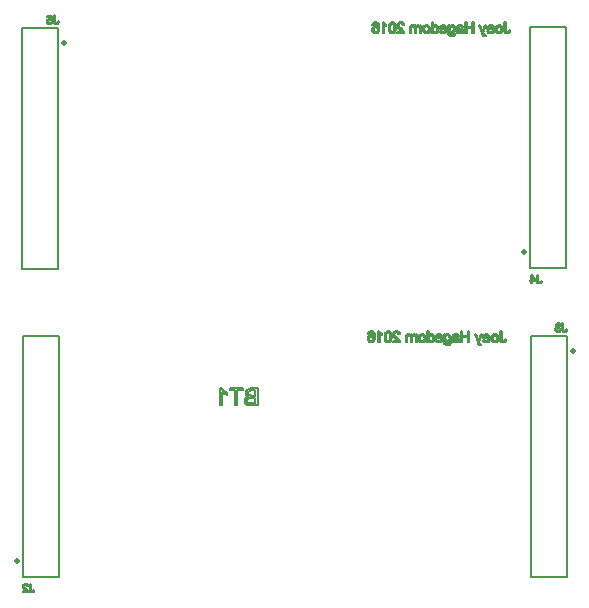
<source format=gbo>
%FSLAX33Y33*%
%MOMM*%
%ADD10C,0.2032*%
%ADD11C,0.15*%
%ADD12C,0.5*%
%ADD13C,0.5*%
D10*
%LNbottom silkscreen_traces*%
%LNbottom silkscreen component 54125db77599e596*%
G01*
X21242Y16802D02*
X21242Y16802D01*
X21182Y16806*
X21127Y16814*
X21077Y16824*
X21032Y16838*
X20991Y16854*
X20953Y16873*
X20920Y16895*
X20890Y16921*
X20863Y16952*
X20838Y16988*
X20815Y17028*
X20797Y17072*
X20784Y17118*
X20776Y17166*
X20773Y17215*
X20777Y17275*
X20790Y17332*
X20812Y17384*
X20843Y17432*
X20881Y17474*
X20927Y17510*
X20981Y17539*
X21042Y17561*
X21043Y17562*
X20995Y17589*
X20954Y17620*
X20920Y17654*
X20892Y17693*
X20870Y17734*
X20855Y17776*
X20845Y17820*
X20842Y17865*
X20846Y17914*
X20856Y17962*
X20874Y18008*
X20898Y18054*
X20929Y18096*
X20965Y18133*
X21007Y18163*
X21053Y18188*
X21107Y18207*
X21169Y18220*
X21238Y18228*
X21316Y18231*
X21853Y18231*
X21853Y16801*
X21308Y16801*
X21242Y16802*
X21664Y17630D02*
X21664Y17630D01*
X21354Y17630*
X21296Y17631*
X21246Y17634*
X21206Y17639*
X21174Y17647*
X21140Y17659*
X21110Y17675*
X21085Y17695*
X21065Y17718*
X21049Y17744*
X21037Y17774*
X21031Y17807*
X21028Y17843*
X21030Y17878*
X21037Y17910*
X21048Y17940*
X21063Y17968*
X21081Y17993*
X21104Y18014*
X21130Y18031*
X21160Y18043*
X21198Y18051*
X21246Y18058*
X21306Y18061*
X21378Y18063*
X21664Y18063*
X21664Y17630*
X21664Y16969D02*
X21664Y16969D01*
X21308Y16969*
X21265Y16969*
X21229Y16971*
X21201Y16973*
X21179Y16976*
X21147Y16983*
X21119Y16991*
X21093Y17002*
X21069Y17015*
X21048Y17030*
X21029Y17048*
X21012Y17070*
X20997Y17094*
X20985Y17122*
X20976Y17151*
X20971Y17182*
X20969Y17215*
X20971Y17254*
X20979Y17290*
X20992Y17323*
X21010Y17354*
X21032Y17382*
X21059Y17404*
X21089Y17423*
X21124Y17437*
X21164Y17448*
X21212Y17455*
X21269Y17460*
X21333Y17461*
X21664Y17461*
X21664Y16969*
X19958Y18063D02*
X19958Y18063D01*
X19958Y18063*
X19485Y18063*
X19485Y18231*
X20619Y18231*
X20619Y18063*
X20147Y18063*
X20147Y18063*
X20147Y16801*
X19958Y16801*
X19958Y18063*
X18700Y18237D02*
X18700Y18237D01*
X18812Y18237*
X18839Y18190*
X18839Y18190*
X18874Y18143*
X18874Y18143*
X18917Y18095*
X18917Y18095*
X18968Y18046*
X18968Y18046*
X19026Y17998*
X19026Y17998*
X19088Y17954*
X19088Y17954*
X19155Y17914*
X19155Y17914*
X19226Y17878*
X19226Y17709*
X19184Y17726*
X19140Y17747*
X19092Y17771*
X19042Y17799*
X18993Y17830*
X18949Y17860*
X18910Y17890*
X18875Y17921*
X18875Y17920*
X18875Y16801*
X18700Y16801*
X18700Y18237*
%LNbottom silkscreen component bca8d065b4743895*%
D11*
X5020Y2295D02*
X5020Y22705D01*
X1980Y22705*
X1980Y2295*
X5020Y2295*
D10*
X2721Y0970D02*
X2721Y0970D01*
X2693Y0975*
X2666Y0983*
X2642Y0994*
X2620Y1008*
X2601Y1026*
X2585Y1046*
X2573Y1069*
X2563Y1096*
X2557Y1128*
X2553Y1166*
X2551Y1208*
X2551Y1695*
X2645Y1695*
X2645Y1203*
X2645Y1203*
X2646Y1174*
X2646Y1174*
X2647Y1149*
X2647Y1149*
X2650Y1129*
X2650Y1129*
X2655Y1113*
X2655Y1113*
X2661Y1100*
X2661Y1099*
X2669Y1088*
X2669Y1088*
X2679Y1077*
X2679Y1077*
X2691Y1068*
X2691Y1068*
X2704Y1061*
X2704Y1061*
X2719Y1056*
X2719Y1056*
X2735Y1053*
X2735Y1053*
X2752Y1052*
X2752Y1052*
X2775Y1054*
X2775Y1054*
X2796Y1059*
X2796Y1059*
X2813Y1069*
X2813Y1069*
X2828Y1082*
X2828Y1082*
X2841Y1101*
X2841Y1101*
X2850Y1126*
X2850Y1126*
X2856Y1157*
X2856Y1157*
X2859Y1194*
X2944Y1183*
X2942Y1133*
X2933Y1090*
X2918Y1053*
X2896Y1022*
X2868Y0999*
X2835Y0982*
X2796Y0972*
X2752Y0968*
X2721Y0970*
X1970Y1064D02*
X1970Y1064D01*
X2321Y1064*
X2321Y1064*
X2313Y1077*
X2313Y1077*
X2305Y1089*
X2305Y1089*
X2295Y1101*
X2295Y1101*
X2284Y1112*
X2284Y1112*
X2269Y1127*
X2269Y1127*
X2247Y1147*
X2247Y1147*
X2218Y1172*
X2218Y1172*
X2182Y1203*
X2138Y1240*
X2101Y1274*
X2071Y1303*
X2047Y1328*
X2028Y1351*
X2012Y1373*
X1999Y1395*
X1989Y1416*
X1981Y1437*
X1976Y1458*
X1972Y1479*
X1971Y1500*
X1975Y1540*
X1986Y1577*
X2005Y1611*
X2031Y1641*
X2064Y1666*
X2102Y1684*
X2145Y1695*
X2194Y1698*
X2242Y1695*
X2285Y1685*
X2323Y1669*
X2356Y1645*
X2383Y1616*
X2404Y1581*
X2418Y1539*
X2426Y1492*
X2336Y1483*
X2334Y1514*
X2334Y1514*
X2326Y1543*
X2326Y1543*
X2314Y1567*
X2314Y1567*
X2298Y1588*
X2298Y1588*
X2277Y1605*
X2277Y1605*
X2253Y1617*
X2253Y1617*
X2226Y1624*
X2226Y1624*
X2196Y1627*
X2196Y1627*
X2167Y1624*
X2167Y1624*
X2141Y1618*
X2141Y1617*
X2118Y1606*
X2118Y1606*
X2098Y1590*
X2098Y1590*
X2082Y1571*
X2082Y1571*
X2070Y1550*
X2070Y1550*
X2063Y1527*
X2063Y1527*
X2060Y1502*
X2060Y1502*
X2063Y1477*
X2063Y1477*
X2071Y1450*
X2071Y1450*
X2084Y1424*
X2084Y1424*
X2102Y1396*
X2102Y1396*
X2127Y1365*
X2127Y1365*
X2162Y1330*
X2162Y1330*
X2206Y1290*
X2206Y1290*
X2259Y1244*
X2259Y1244*
X2295Y1214*
X2326Y1186*
X2352Y1160*
X2374Y1136*
X2393Y1112*
X2409Y1089*
X2422Y1065*
X2432Y1041*
X2437Y1026*
X2440Y1011*
X2442Y0996*
X2442Y0981*
X1970Y0981*
X1970Y1064*
D12*
X1480Y3610D03*
%LNbottom silkscreen component abbcac8aa2df2ad2*%
D11*
X47980Y28455D02*
X47980Y48865D01*
X44940Y48865*
X44940Y28455*
X47980Y28455*
D10*
X45681Y27120D02*
X45681Y27120D01*
X45653Y27125*
X45626Y27133*
X45602Y27144*
X45580Y27158*
X45561Y27176*
X45545Y27196*
X45533Y27219*
X45523Y27246*
X45517Y27278*
X45513Y27316*
X45511Y27358*
X45511Y27845*
X45605Y27845*
X45605Y27353*
X45605Y27353*
X45606Y27324*
X45606Y27324*
X45607Y27299*
X45607Y27299*
X45610Y27279*
X45610Y27279*
X45615Y27263*
X45615Y27263*
X45621Y27250*
X45621Y27249*
X45629Y27238*
X45629Y27238*
X45639Y27227*
X45639Y27227*
X45651Y27218*
X45651Y27218*
X45664Y27211*
X45664Y27211*
X45679Y27206*
X45679Y27206*
X45695Y27203*
X45695Y27203*
X45712Y27202*
X45712Y27202*
X45735Y27204*
X45735Y27204*
X45756Y27209*
X45756Y27209*
X45773Y27219*
X45773Y27219*
X45788Y27232*
X45788Y27232*
X45801Y27251*
X45801Y27251*
X45810Y27276*
X45810Y27276*
X45816Y27307*
X45816Y27307*
X45819Y27344*
X45904Y27333*
X45902Y27283*
X45893Y27240*
X45878Y27203*
X45856Y27172*
X45828Y27149*
X45795Y27132*
X45756Y27122*
X45712Y27118*
X45681Y27120*
X45022Y27302D02*
X45022Y27302D01*
X45022Y27302*
X44926Y27302*
X44926Y27381*
X45022Y27381*
X45022Y27382*
X45022Y27845*
X45093Y27845*
X45420Y27382*
X45420Y27302*
X45110Y27302*
X45109Y27302*
X45109Y27131*
X45022Y27131*
X45022Y27302*
X45110Y27703D02*
X45110Y27703D01*
X45333Y27382*
X45110Y27382*
X45110Y27703*
D12*
X44440Y29770D03*
%LNbottom silkscreen component c71e0ad25ac2378d*%
D11*
X1940Y48765D02*
X1940Y28355D01*
X4980Y28355*
X4980Y48765*
X1940Y48765*
D10*
X4781Y49080D02*
X4781Y49080D01*
X4753Y49085*
X4726Y49093*
X4702Y49104*
X4680Y49118*
X4661Y49136*
X4645Y49156*
X4633Y49179*
X4623Y49206*
X4617Y49238*
X4613Y49276*
X4611Y49318*
X4611Y49805*
X4705Y49805*
X4705Y49313*
X4705Y49313*
X4706Y49284*
X4706Y49284*
X4707Y49259*
X4707Y49259*
X4710Y49239*
X4710Y49239*
X4715Y49223*
X4715Y49223*
X4721Y49210*
X4721Y49209*
X4729Y49198*
X4729Y49198*
X4739Y49187*
X4739Y49187*
X4751Y49178*
X4751Y49178*
X4764Y49171*
X4764Y49171*
X4779Y49166*
X4779Y49166*
X4795Y49163*
X4795Y49163*
X4812Y49162*
X4812Y49162*
X4835Y49164*
X4835Y49164*
X4856Y49169*
X4856Y49169*
X4873Y49179*
X4873Y49179*
X4888Y49192*
X4888Y49192*
X4901Y49211*
X4901Y49211*
X4910Y49236*
X4910Y49236*
X4916Y49267*
X4916Y49267*
X4919Y49304*
X5004Y49293*
X5002Y49243*
X4993Y49200*
X4978Y49163*
X4956Y49132*
X4928Y49109*
X4895Y49092*
X4856Y49082*
X4812Y49078*
X4781Y49080*
X4205Y49084D02*
X4205Y49084D01*
X4155Y49100*
X4111Y49127*
X4074Y49165*
X4049Y49202*
X4032Y49242*
X4021Y49286*
X4017Y49333*
X4021Y49381*
X4034Y49425*
X4054Y49465*
X4082Y49499*
X4116Y49528*
X4153Y49548*
X4195Y49560*
X4240Y49564*
X4275Y49561*
X4309Y49553*
X4342Y49539*
X4375Y49519*
X4375Y49519*
X4337Y49712*
X4336Y49713*
X4051Y49713*
X4051Y49796*
X4406Y49796*
X4475Y49429*
X4394Y49418*
X4383Y49433*
X4383Y49433*
X4371Y49446*
X4371Y49446*
X4356Y49458*
X4356Y49458*
X4340Y49468*
X4340Y49468*
X4322Y49477*
X4322Y49477*
X4304Y49483*
X4304Y49483*
X4284Y49486*
X4284Y49486*
X4263Y49487*
X4263Y49487*
X4230Y49485*
X4230Y49485*
X4201Y49477*
X4201Y49477*
X4175Y49463*
X4175Y49463*
X4152Y49444*
X4152Y49444*
X4134Y49420*
X4134Y49420*
X4120Y49392*
X4120Y49392*
X4112Y49361*
X4112Y49361*
X4110Y49325*
X4110Y49325*
X4112Y49287*
X4112Y49287*
X4121Y49253*
X4121Y49253*
X4134Y49224*
X4135Y49224*
X4154Y49198*
X4154Y49198*
X4177Y49177*
X4177Y49177*
X4203Y49162*
X4203Y49162*
X4231Y49153*
X4231Y49153*
X4262Y49150*
X4262Y49150*
X4287Y49152*
X4287Y49152*
X4311Y49158*
X4311Y49158*
X4332Y49169*
X4332Y49169*
X4352Y49184*
X4352Y49184*
X4369Y49203*
X4369Y49203*
X4383Y49226*
X4383Y49226*
X4393Y49254*
X4393Y49254*
X4400Y49285*
X4491Y49277*
X4483Y49235*
X4469Y49196*
X4448Y49162*
X4421Y49133*
X4388Y49109*
X4350Y49092*
X4308Y49082*
X4262Y49078*
X4205Y49084*
D13*
X5480Y47450D03*
%LNbottom silkscreen component 12bee7e14ac3c08e*%
D11*
X44980Y22705D02*
X44980Y2295D01*
X48020Y2295*
X48020Y22705*
X44980Y22705*
D10*
X47821Y23020D02*
X47821Y23020D01*
X47793Y23025*
X47766Y23033*
X47742Y23044*
X47720Y23058*
X47701Y23076*
X47685Y23096*
X47673Y23119*
X47663Y23146*
X47657Y23178*
X47653Y23216*
X47651Y23258*
X47651Y23745*
X47745Y23745*
X47745Y23253*
X47745Y23253*
X47746Y23224*
X47746Y23224*
X47747Y23199*
X47747Y23199*
X47750Y23179*
X47750Y23179*
X47755Y23163*
X47755Y23163*
X47761Y23150*
X47761Y23149*
X47769Y23138*
X47769Y23138*
X47779Y23127*
X47779Y23127*
X47791Y23118*
X47791Y23118*
X47804Y23111*
X47804Y23111*
X47819Y23106*
X47819Y23106*
X47835Y23103*
X47835Y23103*
X47852Y23102*
X47852Y23102*
X47875Y23104*
X47875Y23104*
X47896Y23109*
X47896Y23109*
X47913Y23119*
X47913Y23119*
X47928Y23132*
X47928Y23132*
X47941Y23151*
X47941Y23151*
X47950Y23176*
X47950Y23176*
X47956Y23207*
X47956Y23207*
X47959Y23244*
X48044Y23233*
X48042Y23183*
X48033Y23140*
X48018Y23103*
X47996Y23072*
X47968Y23049*
X47935Y23032*
X47896Y23022*
X47852Y23018*
X47821Y23020*
X47254Y23022D02*
X47254Y23022D01*
X47208Y23034*
X47167Y23054*
X47131Y23083*
X47101Y23117*
X47080Y23155*
X47067Y23196*
X47063Y23241*
X47065Y23275*
X47072Y23305*
X47083Y23332*
X47098Y23357*
X47117Y23378*
X47140Y23395*
X47166Y23408*
X47197Y23417*
X47197Y23418*
X47173Y23430*
X47154Y23444*
X47137Y23461*
X47123Y23479*
X47112Y23498*
X47104Y23519*
X47100Y23540*
X47098Y23563*
X47100Y23587*
X47104Y23610*
X47113Y23633*
X47124Y23655*
X47139Y23675*
X47156Y23694*
X47176Y23709*
X47199Y23723*
X47224Y23734*
X47251Y23742*
X47278Y23747*
X47307Y23748*
X47348Y23745*
X47385Y23736*
X47418Y23721*
X47449Y23700*
X47475Y23673*
X47495Y23641*
X47511Y23605*
X47522Y23564*
X47435Y23548*
X47428Y23578*
X47428Y23578*
X47419Y23604*
X47419Y23604*
X47406Y23626*
X47406Y23626*
X47391Y23645*
X47391Y23645*
X47373Y23659*
X47373Y23659*
X47352Y23669*
X47352Y23669*
X47330Y23675*
X47330Y23675*
X47305Y23677*
X47305Y23677*
X47280Y23675*
X47280Y23675*
X47258Y23669*
X47258Y23669*
X47238Y23659*
X47238Y23659*
X47220Y23645*
X47220Y23645*
X47206Y23628*
X47206Y23628*
X47196Y23609*
X47196Y23609*
X47189Y23588*
X47189Y23588*
X47187Y23565*
X47187Y23565*
X47190Y23536*
X47190Y23536*
X47199Y23511*
X47199Y23511*
X47213Y23491*
X47213Y23491*
X47232Y23474*
X47232Y23474*
X47256Y23461*
X47256Y23461*
X47280Y23452*
X47280Y23452*
X47306Y23446*
X47306Y23446*
X47334Y23445*
X47334Y23445*
X47337Y23445*
X47337Y23445*
X47340Y23445*
X47340Y23445*
X47344Y23445*
X47344Y23445*
X47348Y23445*
X47357Y23370*
X47340Y23374*
X47340Y23374*
X47324Y23377*
X47324Y23377*
X47309Y23379*
X47309Y23379*
X47296Y23379*
X47296Y23379*
X47266Y23377*
X47266Y23377*
X47240Y23369*
X47240Y23369*
X47216Y23357*
X47216Y23357*
X47195Y23340*
X47195Y23340*
X47177Y23319*
X47177Y23319*
X47165Y23295*
X47165Y23295*
X47158Y23269*
X47158Y23268*
X47155Y23239*
X47155Y23239*
X47158Y23209*
X47158Y23209*
X47166Y23181*
X47166Y23181*
X47179Y23156*
X47179Y23155*
X47198Y23133*
X47198Y23133*
X47221Y23114*
X47221Y23114*
X47246Y23100*
X47246Y23100*
X47273Y23092*
X47273Y23092*
X47303Y23090*
X47303Y23090*
X47328Y23092*
X47328Y23092*
X47351Y23098*
X47352Y23098*
X47373Y23108*
X47373Y23108*
X47392Y23123*
X47392Y23123*
X47409Y23142*
X47409Y23142*
X47423Y23166*
X47423Y23166*
X47435Y23196*
X47435Y23196*
X47444Y23230*
X47530Y23219*
X47523Y23176*
X47508Y23138*
X47487Y23104*
X47460Y23074*
X47427Y23049*
X47390Y23032*
X47349Y23021*
X47304Y23018*
X47254Y23022*
D13*
X48520Y21390D03*
%LNtext*%
D10*
X42600Y22147D02*
X42600Y22147D01*
X42564Y22153*
X42530Y22163*
X42499Y22178*
X42471Y22196*
X42447Y22218*
X42427Y22244*
X42412Y22273*
X42400Y22308*
X42391Y22348*
X42386Y22396*
X42384Y22450*
X42384Y23069*
X42503Y23069*
X42503Y22443*
X42503Y22443*
X42504Y22406*
X42504Y22406*
X42506Y22375*
X42506Y22375*
X42510Y22349*
X42510Y22349*
X42516Y22329*
X42516Y22329*
X42523Y22312*
X42523Y22312*
X42533Y22297*
X42533Y22297*
X42546Y22284*
X42546Y22283*
X42561Y22272*
X42561Y22272*
X42579Y22263*
X42579Y22263*
X42597Y22256*
X42597Y22256*
X42618Y22253*
X42618Y22253*
X42640Y22251*
X42640Y22251*
X42669Y22254*
X42669Y22254*
X42695Y22261*
X42695Y22261*
X42717Y22273*
X42717Y22273*
X42736Y22290*
X42736Y22290*
X42752Y22313*
X42752Y22313*
X42763Y22345*
X42763Y22345*
X42771Y22385*
X42771Y22385*
X42775Y22432*
X42883Y22418*
X42880Y22354*
X42869Y22299*
X42850Y22252*
X42822Y22214*
X42787Y22184*
X42745Y22162*
X42695Y22149*
X42639Y22145*
X42600Y22147*
X41892Y22148D02*
X41892Y22148D01*
X41851Y22156*
X41812Y22168*
X41775Y22186*
X41741Y22208*
X41711Y22234*
X41686Y22264*
X41664Y22299*
X41648Y22339*
X41636Y22385*
X41629Y22438*
X41626Y22499*
X41632Y22573*
X41648Y22638*
X41675Y22695*
X41712Y22744*
X41758Y22783*
X41811Y22811*
X41869Y22827*
X41934Y22833*
X41993Y22828*
X42047Y22815*
X42096Y22792*
X42141Y22760*
X42185Y22710*
X42217Y22648*
X42236Y22575*
X42242Y22489*
X42237Y22411*
X42221Y22342*
X42194Y22283*
X42157Y22234*
X42111Y22195*
X42059Y22168*
X42000Y22151*
X41934Y22146*
X41892Y22148*
X42128Y22489D02*
X42128Y22489D01*
X42125Y22430*
X42114Y22379*
X42097Y22335*
X42073Y22300*
X42044Y22272*
X42011Y22253*
X41974Y22241*
X41934Y22237*
X41894Y22241*
X41858Y22253*
X41825Y22272*
X41796Y22300*
X41772Y22336*
X41754Y22380*
X41744Y22432*
X41740Y22493*
X41744Y22550*
X41754Y22600*
X41772Y22643*
X41796Y22678*
X41825Y22706*
X41858Y22725*
X41894Y22737*
X41934Y22741*
X41974Y22737*
X42011Y22725*
X42044Y22706*
X42073Y22678*
X42097Y22643*
X42114Y22600*
X42125Y22549*
X42128Y22489*
X41164Y22149D02*
X41164Y22149D01*
X41114Y22160*
X41070Y22177*
X41030Y22201*
X40996Y22232*
X40968Y22268*
X40946Y22310*
X40929Y22357*
X41044Y22372*
X41057Y22339*
X41057Y22339*
X41074Y22311*
X41074Y22311*
X41092Y22287*
X41092Y22287*
X41113Y22269*
X41113Y22269*
X41136Y22255*
X41136Y22255*
X41161Y22244*
X41161Y22244*
X41188Y22238*
X41188Y22238*
X41218Y22236*
X41218Y22236*
X41257Y22240*
X41257Y22240*
X41294Y22251*
X41294Y22251*
X41326Y22269*
X41326Y22269*
X41356Y22294*
X41356Y22294*
X41380Y22326*
X41380Y22326*
X41399Y22365*
X41399Y22365*
X41411Y22410*
X41411Y22410*
X41417Y22461*
X41417Y22461*
X40926Y22461*
X40926Y22470*
X40926Y22478*
X40926Y22485*
X40926Y22491*
X40931Y22567*
X40946Y22635*
X40973Y22694*
X41009Y22743*
X41054Y22782*
X41105Y22810*
X41162Y22827*
X41225Y22833*
X41289Y22827*
X41348Y22810*
X41400Y22781*
X41446Y22741*
X41484Y22691*
X41510Y22631*
X41526Y22562*
X41532Y22484*
X41526Y22408*
X41510Y22341*
X41484Y22283*
X41447Y22234*
X41401Y22196*
X41348Y22168*
X41287Y22151*
X41218Y22146*
X41164Y22149*
X41411Y22553D02*
X41411Y22553D01*
X41043Y22553*
X41048Y22591*
X41057Y22625*
X41069Y22654*
X41085Y22677*
X41114Y22705*
X41146Y22726*
X41183Y22738*
X41223Y22742*
X41260Y22738*
X41294Y22729*
X41325Y22713*
X41353Y22690*
X41376Y22662*
X41393Y22630*
X41405Y22593*
X41411Y22553*
X40696Y21895D02*
X40696Y21895D01*
X40672Y21900*
X40650Y21908*
X40630Y21919*
X40612Y21934*
X40594Y21952*
X40577Y21974*
X40562Y22000*
X40550Y22024*
X40535Y22057*
X40519Y22099*
X40499Y22149*
X40249Y22818*
X40360Y22818*
X40500Y22435*
X40513Y22398*
X40525Y22360*
X40536Y22323*
X40546Y22284*
X40547Y22284*
X40558Y22324*
X40570Y22363*
X40582Y22400*
X40595Y22437*
X40732Y22818*
X40851Y22818*
X40601Y22159*
X40601Y22159*
X40605Y22150*
X40607Y22143*
X40610Y22136*
X40611Y22131*
X40611Y22131*
X40622Y22101*
X40622Y22101*
X40632Y22077*
X40632Y22077*
X40639Y22060*
X40639Y22060*
X40646Y22048*
X40646Y22048*
X40653Y22038*
X40653Y22038*
X40662Y22028*
X40662Y22028*
X40672Y22020*
X40672Y22020*
X40682Y22013*
X40682Y22013*
X40694Y22008*
X40694Y22008*
X40708Y22004*
X40709Y22004*
X40724Y22002*
X40724Y22002*
X40742Y22001*
X40742Y22001*
X40756Y22001*
X40756Y22001*
X40772Y22003*
X40772Y22003*
X40788Y22006*
X40788Y22006*
X40805Y22011*
X40793Y21907*
X40774Y21901*
X40756Y21897*
X40738Y21894*
X40722Y21893*
X40696Y21895*
X39070Y23069D02*
X39070Y23069D01*
X39189Y23069*
X39189Y22696*
X39190Y22695*
X39663Y22695*
X39663Y22696*
X39663Y23069*
X39782Y23069*
X39782Y22161*
X39663Y22161*
X39663Y22589*
X39663Y22589*
X39190Y22589*
X39189Y22589*
X39189Y22161*
X39070Y22161*
X39070Y23069*
X38664Y22147D02*
X38664Y22147D01*
X38633Y22151*
X38603Y22158*
X38573Y22167*
X38544Y22180*
X38515Y22197*
X38485Y22217*
X38454Y22242*
X38453Y22242*
X38450Y22219*
X38445Y22198*
X38439Y22178*
X38431Y22161*
X38316Y22161*
X38325Y22179*
X38325Y22179*
X38333Y22198*
X38333Y22199*
X38339Y22219*
X38339Y22219*
X38344Y22239*
X38344Y22239*
X38347Y22267*
X38347Y22267*
X38349Y22309*
X38349Y22309*
X38350Y22365*
X38350Y22365*
X38351Y22436*
X38351Y22436*
X38351Y22585*
X38351Y22619*
X38352Y22648*
X38354Y22671*
X38356Y22688*
X38362Y22710*
X38370Y22729*
X38380Y22747*
X38391Y22763*
X38405Y22778*
X38423Y22791*
X38444Y22803*
X38468Y22813*
X38497Y22822*
X38529Y22828*
X38565Y22832*
X38605Y22833*
X38646Y22831*
X38685Y22827*
X38721Y22820*
X38754Y22810*
X38785Y22797*
X38811Y22782*
X38834Y22764*
X38853Y22744*
X38869Y22720*
X38882Y22694*
X38893Y22664*
X38902Y22631*
X38793Y22616*
X38783Y22648*
X38783Y22648*
X38771Y22675*
X38771Y22676*
X38755Y22697*
X38755Y22697*
X38738Y22714*
X38738Y22714*
X38716Y22726*
X38716Y22726*
X38690Y22735*
X38690Y22735*
X38658Y22740*
X38658Y22740*
X38621Y22742*
X38621Y22742*
X38582Y22739*
X38582Y22739*
X38547Y22732*
X38547Y22732*
X38518Y22720*
X38518Y22720*
X38494Y22704*
X38494Y22704*
X38480Y22687*
X38480Y22687*
X38470Y22665*
X38470Y22665*
X38464Y22639*
X38464Y22639*
X38462Y22607*
X38462Y22607*
X38462Y22603*
X38462Y22603*
X38462Y22597*
X38462Y22597*
X38462Y22588*
X38462Y22588*
X38463Y22578*
X38463Y22578*
X38499Y22567*
X38499Y22567*
X38545Y22557*
X38545Y22557*
X38599Y22547*
X38599Y22547*
X38662Y22539*
X38662Y22539*
X38693Y22535*
X38720Y22531*
X38743Y22527*
X38761Y22522*
X38783Y22515*
X38804Y22507*
X38823Y22497*
X38841Y22486*
X38858Y22473*
X38874Y22458*
X38887Y22441*
X38899Y22422*
X38909Y22401*
X38915Y22380*
X38920Y22357*
X38921Y22334*
X38917Y22294*
X38906Y22259*
X38888Y22227*
X38863Y22199*
X38831Y22175*
X38792Y22159*
X38747Y22149*
X38696Y22146*
X38664Y22147*
X38463Y22491D02*
X38463Y22491D01*
X38497Y22479*
X38539Y22468*
X38588Y22458*
X38645Y22448*
X38677Y22443*
X38704Y22438*
X38726Y22432*
X38743Y22426*
X38756Y22419*
X38768Y22411*
X38778Y22401*
X38787Y22390*
X38794Y22377*
X38798Y22365*
X38801Y22351*
X38802Y22337*
X38800Y22315*
X38794Y22296*
X38783Y22278*
X38769Y22262*
X38750Y22249*
X38727Y22240*
X38700Y22234*
X38670Y22233*
X38638Y22234*
X38609Y22240*
X38581Y22248*
X38555Y22261*
X38531Y22276*
X38511Y22294*
X38495Y22315*
X38481Y22338*
X38473Y22359*
X38468Y22385*
X38464Y22415*
X38463Y22450*
X38463Y22491*
X37890Y21896D02*
X37890Y21896D01*
X37846Y21903*
X37806Y21914*
X37770Y21930*
X37739Y21951*
X37712Y21974*
X37689Y22001*
X37671Y22032*
X37658Y22069*
X37648Y22118*
X37642Y22178*
X37640Y22249*
X37640Y22818*
X37742Y22818*
X37742Y22739*
X37743Y22739*
X37783Y22780*
X37829Y22809*
X37879Y22827*
X37935Y22833*
X37977Y22830*
X38016Y22822*
X38053Y22809*
X38087Y22790*
X38117Y22766*
X38144Y22737*
X38167Y22704*
X38185Y22667*
X38200Y22626*
X38211Y22584*
X38217Y22539*
X38220Y22493*
X38215Y22427*
X38201Y22366*
X38178Y22310*
X38145Y22258*
X38104Y22216*
X38056Y22185*
X37999Y22167*
X37935Y22161*
X37883Y22166*
X37835Y22182*
X37792Y22209*
X37753Y22247*
X37753Y22247*
X37753Y22196*
X37753Y22196*
X37754Y22156*
X37754Y22156*
X37757Y22125*
X37757Y22125*
X37761Y22103*
X37761Y22103*
X37770Y22076*
X37770Y22076*
X37782Y22053*
X37782Y22053*
X37798Y22033*
X37798Y22033*
X37818Y22016*
X37818Y22016*
X37841Y22002*
X37841Y22002*
X37869Y21992*
X37869Y21992*
X37901Y21987*
X37901Y21987*
X37938Y21985*
X37938Y21985*
X37972Y21987*
X37972Y21987*
X38002Y21992*
X38002Y21992*
X38029Y22002*
X38029Y22002*
X38052Y22016*
X38052Y22016*
X38066Y22029*
X38066Y22029*
X38077Y22046*
X38077Y22046*
X38085Y22066*
X38085Y22066*
X38090Y22089*
X38197Y22105*
X38194Y22056*
X38181Y22012*
X38159Y21976*
X38127Y21946*
X38088Y21923*
X38044Y21906*
X37993Y21897*
X37937Y21893*
X37890Y21896*
X38105Y22501D02*
X38105Y22501D01*
X38102Y22441*
X38092Y22389*
X38076Y22346*
X38054Y22312*
X38026Y22286*
X37996Y22267*
X37962Y22256*
X37925Y22252*
X37888Y22256*
X37854Y22267*
X37823Y22286*
X37796Y22312*
X37773Y22345*
X37757Y22388*
X37747Y22438*
X37744Y22497*
X37747Y22554*
X37757Y22603*
X37774Y22645*
X37797Y22680*
X37826Y22707*
X37857Y22726*
X37890Y22737*
X37927Y22741*
X37963Y22737*
X37996Y22726*
X38026Y22707*
X38053Y22681*
X38076Y22647*
X38092Y22605*
X38102Y22557*
X38105Y22501*
X37140Y22149D02*
X37140Y22149D01*
X37090Y22160*
X37046Y22177*
X37006Y22201*
X36972Y22232*
X36944Y22268*
X36922Y22310*
X36905Y22357*
X37020Y22372*
X37033Y22339*
X37033Y22339*
X37050Y22311*
X37050Y22311*
X37068Y22287*
X37068Y22287*
X37089Y22269*
X37089Y22269*
X37112Y22255*
X37112Y22255*
X37137Y22244*
X37137Y22244*
X37164Y22238*
X37164Y22238*
X37194Y22236*
X37194Y22236*
X37233Y22240*
X37233Y22240*
X37270Y22251*
X37270Y22251*
X37302Y22269*
X37302Y22269*
X37332Y22294*
X37332Y22294*
X37356Y22326*
X37356Y22326*
X37375Y22365*
X37375Y22365*
X37387Y22410*
X37387Y22410*
X37393Y22461*
X37393Y22461*
X36902Y22461*
X36902Y22470*
X36902Y22478*
X36902Y22485*
X36902Y22491*
X36907Y22567*
X36922Y22635*
X36949Y22694*
X36985Y22743*
X37030Y22782*
X37081Y22810*
X37138Y22827*
X37201Y22833*
X37265Y22827*
X37324Y22810*
X37376Y22781*
X37422Y22741*
X37460Y22691*
X37486Y22631*
X37502Y22562*
X37508Y22484*
X37502Y22408*
X37486Y22341*
X37460Y22283*
X37423Y22234*
X37377Y22196*
X37324Y22168*
X37263Y22151*
X37194Y22146*
X37140Y22149*
X37387Y22553D02*
X37387Y22553D01*
X37019Y22553*
X37024Y22591*
X37033Y22625*
X37045Y22654*
X37061Y22677*
X37090Y22705*
X37122Y22726*
X37159Y22738*
X37199Y22742*
X37236Y22738*
X37270Y22729*
X37301Y22713*
X37329Y22690*
X37352Y22662*
X37369Y22630*
X37381Y22593*
X37387Y22553*
X36465Y22152D02*
X36465Y22152D01*
X36415Y22170*
X36373Y22201*
X36337Y22244*
X36337Y22243*
X36337Y22161*
X36234Y22161*
X36234Y23069*
X36344Y23069*
X36344Y22743*
X36345Y22742*
X36361Y22762*
X36379Y22779*
X36399Y22794*
X36421Y22808*
X36445Y22819*
X36470Y22827*
X36498Y22831*
X36526Y22833*
X36566Y22830*
X36604Y22822*
X36639Y22809*
X36673Y22790*
X36704Y22767*
X36731Y22738*
X36753Y22705*
X36772Y22667*
X36786Y22626*
X36796Y22583*
X36802Y22537*
X36804Y22489*
X36802Y22440*
X36795Y22393*
X36784Y22350*
X36768Y22310*
X36748Y22273*
X36725Y22241*
X36697Y22213*
X36666Y22189*
X36632Y22170*
X36597Y22156*
X36560Y22148*
X36522Y22146*
X36465Y22152*
X36690Y22489D02*
X36690Y22489D01*
X36687Y22429*
X36677Y22378*
X36660Y22335*
X36637Y22300*
X36609Y22272*
X36579Y22253*
X36546Y22241*
X36511Y22237*
X36476Y22241*
X36443Y22252*
X36414Y22271*
X36387Y22297*
X36364Y22331*
X36348Y22372*
X36339Y22422*
X36335Y22479*
X36339Y22542*
X36348Y22597*
X36365Y22642*
X36388Y22678*
X36415Y22705*
X36446Y22725*
X36479Y22737*
X36516Y22741*
X36552Y22737*
X36584Y22726*
X36614Y22707*
X36640Y22680*
X36662Y22646*
X36678Y22602*
X36687Y22550*
X36690Y22489*
X35749Y22148D02*
X35749Y22148D01*
X35708Y22156*
X35669Y22168*
X35632Y22186*
X35598Y22208*
X35568Y22234*
X35543Y22264*
X35521Y22299*
X35505Y22339*
X35493Y22385*
X35486Y22438*
X35483Y22499*
X35489Y22573*
X35505Y22638*
X35532Y22695*
X35569Y22744*
X35615Y22783*
X35668Y22811*
X35726Y22827*
X35791Y22833*
X35850Y22828*
X35904Y22815*
X35953Y22792*
X35998Y22760*
X36042Y22710*
X36074Y22648*
X36093Y22575*
X36099Y22489*
X36094Y22411*
X36078Y22342*
X36051Y22283*
X36014Y22234*
X35968Y22195*
X35916Y22168*
X35857Y22151*
X35791Y22146*
X35749Y22148*
X35985Y22489D02*
X35985Y22489D01*
X35982Y22430*
X35971Y22379*
X35954Y22335*
X35930Y22300*
X35901Y22272*
X35868Y22253*
X35831Y22241*
X35791Y22237*
X35751Y22241*
X35715Y22253*
X35682Y22272*
X35653Y22300*
X35629Y22336*
X35611Y22380*
X35601Y22432*
X35598Y22493*
X35601Y22550*
X35611Y22600*
X35629Y22643*
X35653Y22678*
X35682Y22706*
X35715Y22725*
X35751Y22737*
X35791Y22741*
X35831Y22737*
X35868Y22725*
X35901Y22706*
X35930Y22678*
X35954Y22643*
X35971Y22600*
X35982Y22549*
X35985Y22489*
X35242Y22505D02*
X35242Y22505D01*
X35242Y22505*
X35241Y22539*
X35241Y22539*
X35237Y22573*
X35237Y22573*
X35232Y22605*
X35232Y22605*
X35223Y22635*
X35223Y22635*
X35216Y22654*
X35216Y22654*
X35207Y22670*
X35207Y22670*
X35195Y22684*
X35195Y22684*
X35182Y22696*
X35182Y22697*
X35167Y22706*
X35167Y22706*
X35151Y22713*
X35151Y22713*
X35134Y22717*
X35134Y22717*
X35116Y22719*
X35116Y22719*
X35095Y22717*
X35095Y22717*
X35075Y22713*
X35075Y22713*
X35054Y22705*
X35054Y22705*
X35034Y22695*
X34996Y22797*
X35025Y22813*
X35053Y22824*
X35082Y22831*
X35110Y22833*
X35129Y22832*
X35147Y22827*
X35165Y22820*
X35181Y22811*
X35198Y22797*
X35215Y22777*
X35233Y22751*
X35252Y22718*
X35253Y22718*
X35253Y22818*
X35353Y22818*
X35353Y22161*
X35242Y22161*
X35242Y22505*
X34818Y22520D02*
X34818Y22520D01*
X34818Y22520*
X34815Y22578*
X34815Y22578*
X34805Y22626*
X34805Y22626*
X34789Y22664*
X34789Y22664*
X34766Y22692*
X34766Y22692*
X34739Y22712*
X34739Y22712*
X34709Y22726*
X34709Y22726*
X34677Y22734*
X34677Y22734*
X34643Y22737*
X34643Y22737*
X34621Y22736*
X34621Y22736*
X34601Y22732*
X34601Y22732*
X34582Y22726*
X34582Y22726*
X34564Y22717*
X34564Y22717*
X34549Y22706*
X34549Y22706*
X34536Y22693*
X34536Y22693*
X34526Y22679*
X34526Y22679*
X34518Y22663*
X34518Y22663*
X34512Y22644*
X34512Y22644*
X34508Y22620*
X34508Y22620*
X34506Y22593*
X34506Y22593*
X34505Y22561*
X34505Y22561*
X34505Y22161*
X34394Y22161*
X34394Y22565*
X34395Y22601*
X34396Y22631*
X34398Y22655*
X34401Y22673*
X34406Y22696*
X34414Y22718*
X34424Y22738*
X34435Y22756*
X34449Y22772*
X34466Y22787*
X34486Y22800*
X34510Y22812*
X34535Y22821*
X34562Y22828*
X34590Y22832*
X34619Y22833*
X34683Y22826*
X34740Y22806*
X34788Y22772*
X34828Y22724*
X34829Y22725*
X34829Y22818*
X34929Y22818*
X34929Y22161*
X34818Y22161*
X34818Y22520*
X33315Y22267D02*
X33315Y22267D01*
X33760Y22267*
X33761Y22267*
X33751Y22283*
X33751Y22283*
X33739Y22298*
X33739Y22298*
X33727Y22313*
X33727Y22313*
X33713Y22328*
X33713Y22328*
X33695Y22347*
X33695Y22347*
X33667Y22372*
X33667Y22372*
X33630Y22404*
X33630Y22404*
X33584Y22443*
X33528Y22491*
X33481Y22533*
X33442Y22571*
X33412Y22602*
X33388Y22631*
X33368Y22659*
X33351Y22687*
X33338Y22713*
X33329Y22740*
X33322Y22766*
X33317Y22793*
X33316Y22820*
X33321Y22872*
X33335Y22919*
X33359Y22962*
X33392Y23000*
X33434Y23032*
X33482Y23054*
X33537Y23068*
X33599Y23072*
X33660Y23068*
X33715Y23056*
X33763Y23035*
X33805Y23005*
X33839Y22968*
X33866Y22923*
X33884Y22870*
X33893Y22810*
X33780Y22799*
X33777Y22839*
X33777Y22839*
X33767Y22875*
X33767Y22875*
X33752Y22906*
X33752Y22906*
X33731Y22932*
X33731Y22932*
X33704Y22954*
X33704Y22954*
X33674Y22969*
X33674Y22969*
X33640Y22978*
X33640Y22978*
X33601Y22981*
X33601Y22981*
X33565Y22978*
X33565Y22978*
X33532Y22970*
X33532Y22969*
X33503Y22955*
X33503Y22955*
X33477Y22935*
X33477Y22935*
X33457Y22911*
X33456Y22911*
X33442Y22884*
X33442Y22884*
X33433Y22855*
X33433Y22855*
X33430Y22823*
X33430Y22823*
X33433Y22791*
X33433Y22791*
X33443Y22758*
X33443Y22758*
X33459Y22723*
X33459Y22723*
X33482Y22688*
X33482Y22688*
X33514Y22650*
X33514Y22650*
X33558Y22605*
X33558Y22605*
X33614Y22553*
X33614Y22553*
X33682Y22496*
X33682Y22496*
X33727Y22458*
X33767Y22422*
X33800Y22389*
X33828Y22358*
X33852Y22328*
X33872Y22298*
X33888Y22268*
X33902Y22237*
X33908Y22219*
X33912Y22199*
X33914Y22180*
X33915Y22161*
X33315Y22161*
X33315Y22267*
X32850Y22148D02*
X32850Y22148D01*
X32807Y22158*
X32768Y22175*
X32733Y22199*
X32703Y22228*
X32676Y22263*
X32654Y22304*
X32635Y22350*
X32621Y22403*
X32610Y22464*
X32604Y22532*
X32602Y22608*
X32604Y22672*
X32607Y22730*
X32614Y22780*
X32623Y22823*
X32634Y22861*
X32647Y22897*
X32662Y22929*
X32679Y22958*
X32698Y22984*
X32720Y23007*
X32744Y23027*
X32770Y23043*
X32799Y23056*
X32830Y23065*
X32863Y23070*
X32898Y23072*
X32946Y23069*
X32989Y23059*
X33028Y23042*
X33062Y23019*
X33093Y22990*
X33120Y22955*
X33142Y22914*
X33161Y22868*
X33175Y22815*
X33186Y22754*
X33192Y22685*
X33194Y22608*
X33188Y22489*
X33172Y22388*
X33144Y22305*
X33104Y22239*
X33063Y22198*
X33015Y22169*
X32960Y22151*
X32898Y22145*
X32850Y22148*
X33080Y22608D02*
X33080Y22608D01*
X33077Y22506*
X33067Y22422*
X33050Y22357*
X33027Y22310*
X33000Y22278*
X32969Y22255*
X32935Y22241*
X32898Y22236*
X32861Y22241*
X32827Y22255*
X32797Y22278*
X32769Y22311*
X32746Y22357*
X32730Y22422*
X32720Y22506*
X32716Y22608*
X32720Y22711*
X32730Y22795*
X32746Y22860*
X32769Y22907*
X32797Y22939*
X32828Y22962*
X32862Y22976*
X32899Y22980*
X32936Y22976*
X32969Y22964*
X32997Y22944*
X33022Y22915*
X33047Y22865*
X33065Y22797*
X33076Y22711*
X33080Y22608*
X32068Y23072D02*
X32068Y23072D01*
X32139Y23072*
X32156Y23043*
X32156Y23043*
X32179Y23013*
X32179Y23013*
X32206Y22982*
X32206Y22982*
X32239Y22951*
X32239Y22951*
X32275Y22921*
X32275Y22921*
X32315Y22893*
X32315Y22893*
X32357Y22867*
X32357Y22867*
X32402Y22844*
X32402Y22737*
X32376Y22748*
X32347Y22761*
X32317Y22777*
X32285Y22795*
X32254Y22814*
X32226Y22833*
X32201Y22852*
X32180Y22872*
X32179Y22872*
X32179Y22161*
X32068Y22161*
X32068Y23072*
X31431Y22147D02*
X31431Y22147D01*
X31394Y22155*
X31358Y22167*
X31325Y22184*
X31295Y22206*
X31268Y22232*
X31244Y22262*
X31224Y22296*
X31208Y22334*
X31196Y22373*
X31189Y22413*
X31187Y22455*
X31192Y22517*
X31207Y22573*
X31231Y22623*
X31265Y22667*
X31307Y22703*
X31352Y22729*
X31401Y22744*
X31455Y22749*
X31487Y22747*
X31517Y22742*
X31548Y22733*
X31577Y22720*
X31605Y22703*
X31631Y22682*
X31654Y22657*
X31676Y22628*
X31676Y22628*
X31674Y22693*
X31674Y22693*
X31668Y22750*
X31668Y22750*
X31658Y22798*
X31658Y22798*
X31645Y22839*
X31645Y22839*
X31628Y22874*
X31628Y22874*
X31609Y22904*
X31609Y22904*
X31586Y22930*
X31586Y22930*
X31561Y22952*
X31561Y22952*
X31540Y22965*
X31540Y22965*
X31518Y22974*
X31518Y22974*
X31493Y22980*
X31493Y22980*
X31468Y22982*
X31467Y22982*
X31436Y22979*
X31436Y22979*
X31406Y22970*
X31406Y22970*
X31380Y22955*
X31380Y22955*
X31356Y22934*
X31356Y22934*
X31343Y22916*
X31343Y22916*
X31331Y22895*
X31331Y22895*
X31321Y22869*
X31321Y22869*
X31313Y22838*
X31203Y22847*
X31213Y22896*
X31231Y22941*
X31254Y22979*
X31285Y23012*
X31322Y23039*
X31363Y23057*
X31410Y23069*
X31461Y23072*
X31529Y23066*
X31590Y23046*
X31643Y23014*
X31689Y22968*
X31732Y22900*
X31762Y22813*
X31780Y22708*
X31786Y22585*
X31781Y22476*
X31764Y22383*
X31737Y22307*
X31698Y22247*
X31651Y22203*
X31598Y22171*
X31538Y22151*
X31471Y22145*
X31431Y22147*
X31659Y22455D02*
X31659Y22455D01*
X31657Y22426*
X31652Y22398*
X31645Y22371*
X31634Y22344*
X31621Y22319*
X31605Y22298*
X31586Y22279*
X31566Y22264*
X31543Y22252*
X31520Y22243*
X31497Y22238*
X31473Y22236*
X31439Y22240*
X31407Y22251*
X31378Y22268*
X31352Y22293*
X31329Y22324*
X31313Y22361*
X31304Y22402*
X31301Y22448*
X31304Y22493*
X31313Y22533*
X31329Y22567*
X31351Y22597*
X31378Y22621*
X31408Y22638*
X31441Y22648*
X31477Y22651*
X31514Y22648*
X31547Y22638*
X31578Y22621*
X31606Y22597*
X31629Y22568*
X31645Y22534*
X31655Y22496*
X31659Y22455*
X42960Y48307D02*
X42960Y48307D01*
X42924Y48313*
X42890Y48323*
X42859Y48338*
X42831Y48356*
X42807Y48378*
X42787Y48404*
X42772Y48433*
X42760Y48468*
X42751Y48508*
X42746Y48556*
X42744Y48610*
X42744Y49229*
X42863Y49229*
X42863Y48603*
X42863Y48603*
X42864Y48566*
X42864Y48566*
X42866Y48535*
X42866Y48535*
X42870Y48509*
X42870Y48509*
X42876Y48489*
X42876Y48489*
X42883Y48472*
X42883Y48472*
X42893Y48457*
X42893Y48457*
X42906Y48444*
X42906Y48443*
X42921Y48432*
X42921Y48432*
X42939Y48423*
X42939Y48423*
X42957Y48416*
X42957Y48416*
X42978Y48413*
X42978Y48413*
X43000Y48411*
X43000Y48411*
X43029Y48414*
X43029Y48414*
X43055Y48421*
X43055Y48421*
X43077Y48433*
X43077Y48433*
X43096Y48450*
X43096Y48450*
X43112Y48473*
X43112Y48473*
X43123Y48505*
X43123Y48505*
X43131Y48545*
X43131Y48545*
X43135Y48592*
X43243Y48578*
X43240Y48514*
X43229Y48459*
X43210Y48412*
X43182Y48374*
X43147Y48344*
X43105Y48322*
X43055Y48309*
X42999Y48305*
X42960Y48307*
X42252Y48308D02*
X42252Y48308D01*
X42211Y48316*
X42172Y48328*
X42135Y48346*
X42101Y48368*
X42071Y48394*
X42046Y48424*
X42024Y48459*
X42008Y48499*
X41996Y48545*
X41989Y48598*
X41986Y48659*
X41992Y48733*
X42008Y48798*
X42035Y48855*
X42072Y48904*
X42118Y48943*
X42171Y48971*
X42229Y48987*
X42294Y48993*
X42353Y48988*
X42407Y48975*
X42456Y48952*
X42501Y48920*
X42545Y48870*
X42577Y48808*
X42596Y48735*
X42602Y48649*
X42597Y48571*
X42581Y48502*
X42554Y48443*
X42517Y48394*
X42471Y48355*
X42419Y48328*
X42360Y48311*
X42294Y48306*
X42252Y48308*
X42488Y48649D02*
X42488Y48649D01*
X42485Y48590*
X42474Y48539*
X42457Y48495*
X42433Y48460*
X42404Y48432*
X42371Y48413*
X42334Y48401*
X42294Y48397*
X42254Y48401*
X42218Y48413*
X42185Y48432*
X42156Y48460*
X42132Y48496*
X42114Y48540*
X42104Y48592*
X42100Y48653*
X42104Y48710*
X42114Y48760*
X42132Y48803*
X42156Y48838*
X42185Y48866*
X42218Y48885*
X42254Y48897*
X42294Y48901*
X42334Y48897*
X42371Y48885*
X42404Y48866*
X42433Y48838*
X42457Y48803*
X42474Y48760*
X42485Y48709*
X42488Y48649*
X41524Y48309D02*
X41524Y48309D01*
X41474Y48320*
X41430Y48337*
X41390Y48361*
X41356Y48392*
X41328Y48428*
X41306Y48470*
X41289Y48517*
X41404Y48532*
X41417Y48499*
X41417Y48499*
X41434Y48471*
X41434Y48471*
X41452Y48447*
X41452Y48447*
X41473Y48429*
X41473Y48429*
X41496Y48415*
X41496Y48415*
X41521Y48404*
X41521Y48404*
X41548Y48398*
X41548Y48398*
X41578Y48396*
X41578Y48396*
X41617Y48400*
X41617Y48400*
X41654Y48411*
X41654Y48411*
X41686Y48429*
X41686Y48429*
X41716Y48454*
X41716Y48454*
X41740Y48486*
X41740Y48486*
X41759Y48525*
X41759Y48525*
X41771Y48570*
X41771Y48570*
X41777Y48621*
X41777Y48621*
X41286Y48621*
X41286Y48630*
X41286Y48638*
X41286Y48645*
X41286Y48651*
X41291Y48727*
X41306Y48795*
X41333Y48854*
X41369Y48903*
X41414Y48942*
X41465Y48970*
X41522Y48987*
X41585Y48993*
X41649Y48987*
X41708Y48970*
X41760Y48941*
X41806Y48901*
X41844Y48851*
X41870Y48791*
X41886Y48722*
X41892Y48644*
X41886Y48568*
X41870Y48501*
X41844Y48443*
X41807Y48394*
X41761Y48356*
X41708Y48328*
X41647Y48311*
X41578Y48306*
X41524Y48309*
X41771Y48713D02*
X41771Y48713D01*
X41403Y48713*
X41408Y48751*
X41417Y48785*
X41429Y48814*
X41445Y48837*
X41474Y48865*
X41506Y48886*
X41543Y48898*
X41583Y48902*
X41620Y48898*
X41654Y48889*
X41685Y48873*
X41713Y48850*
X41736Y48822*
X41753Y48790*
X41765Y48753*
X41771Y48713*
X41056Y48055D02*
X41056Y48055D01*
X41032Y48060*
X41010Y48068*
X40990Y48079*
X40972Y48094*
X40954Y48112*
X40937Y48134*
X40922Y48160*
X40910Y48184*
X40895Y48217*
X40879Y48259*
X40859Y48309*
X40609Y48978*
X40720Y48978*
X40860Y48595*
X40873Y48558*
X40885Y48520*
X40896Y48483*
X40906Y48444*
X40907Y48444*
X40918Y48484*
X40930Y48523*
X40942Y48560*
X40955Y48597*
X41092Y48978*
X41211Y48978*
X40961Y48319*
X40961Y48319*
X40965Y48310*
X40967Y48303*
X40970Y48296*
X40971Y48291*
X40971Y48291*
X40982Y48261*
X40982Y48261*
X40992Y48237*
X40992Y48237*
X40999Y48220*
X40999Y48220*
X41006Y48208*
X41006Y48208*
X41013Y48198*
X41013Y48198*
X41022Y48188*
X41022Y48188*
X41032Y48180*
X41032Y48180*
X41042Y48173*
X41042Y48173*
X41054Y48168*
X41054Y48168*
X41068Y48164*
X41069Y48164*
X41084Y48162*
X41084Y48162*
X41102Y48161*
X41102Y48161*
X41116Y48161*
X41116Y48161*
X41132Y48163*
X41132Y48163*
X41148Y48166*
X41148Y48166*
X41165Y48171*
X41153Y48067*
X41134Y48061*
X41116Y48057*
X41098Y48054*
X41082Y48053*
X41056Y48055*
X39430Y49229D02*
X39430Y49229D01*
X39549Y49229*
X39549Y48856*
X39550Y48855*
X40023Y48855*
X40023Y48856*
X40023Y49229*
X40142Y49229*
X40142Y48321*
X40023Y48321*
X40023Y48749*
X40023Y48749*
X39550Y48749*
X39549Y48749*
X39549Y48321*
X39430Y48321*
X39430Y49229*
X39024Y48307D02*
X39024Y48307D01*
X38993Y48311*
X38963Y48318*
X38933Y48327*
X38904Y48340*
X38875Y48357*
X38845Y48377*
X38814Y48402*
X38813Y48402*
X38810Y48379*
X38805Y48358*
X38799Y48338*
X38791Y48321*
X38676Y48321*
X38685Y48339*
X38685Y48339*
X38693Y48358*
X38693Y48359*
X38699Y48379*
X38699Y48379*
X38704Y48399*
X38704Y48399*
X38707Y48427*
X38707Y48427*
X38709Y48469*
X38709Y48469*
X38710Y48525*
X38710Y48525*
X38711Y48596*
X38711Y48596*
X38711Y48745*
X38711Y48779*
X38712Y48808*
X38714Y48831*
X38716Y48848*
X38722Y48870*
X38730Y48889*
X38740Y48907*
X38751Y48923*
X38765Y48938*
X38783Y48951*
X38804Y48963*
X38828Y48973*
X38857Y48982*
X38889Y48988*
X38925Y48992*
X38965Y48993*
X39006Y48991*
X39045Y48987*
X39081Y48980*
X39114Y48970*
X39145Y48957*
X39171Y48942*
X39194Y48924*
X39213Y48904*
X39229Y48880*
X39242Y48854*
X39253Y48824*
X39262Y48791*
X39153Y48776*
X39143Y48808*
X39143Y48808*
X39131Y48835*
X39131Y48836*
X39115Y48857*
X39115Y48857*
X39098Y48874*
X39098Y48874*
X39076Y48886*
X39076Y48886*
X39050Y48895*
X39050Y48895*
X39018Y48900*
X39018Y48900*
X38981Y48902*
X38981Y48902*
X38942Y48899*
X38942Y48899*
X38907Y48892*
X38907Y48892*
X38878Y48880*
X38878Y48880*
X38854Y48864*
X38854Y48864*
X38840Y48847*
X38840Y48847*
X38830Y48825*
X38830Y48825*
X38824Y48799*
X38824Y48799*
X38822Y48767*
X38822Y48767*
X38822Y48763*
X38822Y48763*
X38822Y48757*
X38822Y48757*
X38822Y48748*
X38822Y48748*
X38823Y48738*
X38823Y48738*
X38859Y48727*
X38859Y48727*
X38905Y48717*
X38905Y48717*
X38959Y48707*
X38959Y48707*
X39022Y48699*
X39022Y48699*
X39053Y48695*
X39080Y48691*
X39103Y48687*
X39121Y48682*
X39143Y48675*
X39164Y48667*
X39183Y48657*
X39201Y48646*
X39218Y48633*
X39234Y48618*
X39247Y48601*
X39259Y48582*
X39269Y48561*
X39275Y48540*
X39280Y48517*
X39281Y48494*
X39277Y48454*
X39266Y48419*
X39248Y48387*
X39223Y48359*
X39191Y48335*
X39152Y48319*
X39107Y48309*
X39056Y48306*
X39024Y48307*
X38823Y48651D02*
X38823Y48651D01*
X38857Y48639*
X38899Y48628*
X38948Y48618*
X39005Y48608*
X39037Y48603*
X39064Y48598*
X39086Y48592*
X39103Y48586*
X39116Y48579*
X39128Y48571*
X39138Y48561*
X39147Y48550*
X39154Y48537*
X39158Y48525*
X39161Y48511*
X39162Y48497*
X39160Y48475*
X39154Y48456*
X39143Y48438*
X39129Y48422*
X39110Y48409*
X39087Y48400*
X39060Y48394*
X39030Y48393*
X38998Y48394*
X38969Y48400*
X38941Y48408*
X38915Y48421*
X38891Y48436*
X38871Y48454*
X38855Y48475*
X38841Y48498*
X38833Y48519*
X38828Y48545*
X38824Y48575*
X38823Y48610*
X38823Y48651*
X38250Y48056D02*
X38250Y48056D01*
X38206Y48063*
X38166Y48074*
X38130Y48090*
X38099Y48111*
X38072Y48134*
X38049Y48161*
X38031Y48192*
X38018Y48229*
X38008Y48278*
X38002Y48338*
X38000Y48409*
X38000Y48978*
X38102Y48978*
X38102Y48899*
X38103Y48899*
X38143Y48940*
X38189Y48969*
X38239Y48987*
X38295Y48993*
X38337Y48990*
X38376Y48982*
X38413Y48969*
X38447Y48950*
X38477Y48926*
X38504Y48897*
X38527Y48864*
X38545Y48827*
X38560Y48786*
X38571Y48744*
X38577Y48699*
X38580Y48653*
X38575Y48587*
X38561Y48526*
X38538Y48470*
X38505Y48418*
X38464Y48376*
X38416Y48345*
X38359Y48327*
X38295Y48321*
X38243Y48326*
X38195Y48342*
X38152Y48369*
X38113Y48407*
X38113Y48407*
X38113Y48356*
X38113Y48356*
X38114Y48316*
X38114Y48316*
X38117Y48285*
X38117Y48285*
X38121Y48263*
X38121Y48263*
X38130Y48236*
X38130Y48236*
X38142Y48213*
X38142Y48213*
X38158Y48193*
X38158Y48193*
X38178Y48176*
X38178Y48176*
X38201Y48162*
X38201Y48162*
X38229Y48152*
X38229Y48152*
X38261Y48147*
X38261Y48147*
X38298Y48145*
X38298Y48145*
X38332Y48147*
X38332Y48147*
X38362Y48152*
X38362Y48152*
X38389Y48162*
X38389Y48162*
X38412Y48176*
X38412Y48176*
X38426Y48189*
X38426Y48189*
X38437Y48206*
X38437Y48206*
X38445Y48226*
X38445Y48226*
X38450Y48249*
X38557Y48265*
X38554Y48216*
X38541Y48172*
X38519Y48136*
X38487Y48106*
X38448Y48083*
X38404Y48066*
X38353Y48057*
X38297Y48053*
X38250Y48056*
X38465Y48661D02*
X38465Y48661D01*
X38462Y48601*
X38452Y48549*
X38436Y48506*
X38414Y48472*
X38386Y48446*
X38356Y48427*
X38322Y48416*
X38285Y48412*
X38248Y48416*
X38214Y48427*
X38183Y48446*
X38156Y48472*
X38133Y48505*
X38117Y48548*
X38107Y48598*
X38104Y48657*
X38107Y48714*
X38117Y48763*
X38134Y48805*
X38157Y48840*
X38186Y48867*
X38217Y48886*
X38250Y48897*
X38287Y48901*
X38323Y48897*
X38356Y48886*
X38386Y48867*
X38413Y48841*
X38436Y48807*
X38452Y48765*
X38462Y48717*
X38465Y48661*
X37500Y48309D02*
X37500Y48309D01*
X37450Y48320*
X37406Y48337*
X37366Y48361*
X37332Y48392*
X37304Y48428*
X37282Y48470*
X37265Y48517*
X37380Y48532*
X37393Y48499*
X37393Y48499*
X37410Y48471*
X37410Y48471*
X37428Y48447*
X37428Y48447*
X37449Y48429*
X37449Y48429*
X37472Y48415*
X37472Y48415*
X37497Y48404*
X37497Y48404*
X37524Y48398*
X37524Y48398*
X37554Y48396*
X37554Y48396*
X37593Y48400*
X37593Y48400*
X37630Y48411*
X37630Y48411*
X37662Y48429*
X37662Y48429*
X37692Y48454*
X37692Y48454*
X37716Y48486*
X37716Y48486*
X37735Y48525*
X37735Y48525*
X37747Y48570*
X37747Y48570*
X37753Y48621*
X37753Y48621*
X37262Y48621*
X37262Y48630*
X37262Y48638*
X37262Y48645*
X37262Y48651*
X37267Y48727*
X37282Y48795*
X37309Y48854*
X37345Y48903*
X37390Y48942*
X37441Y48970*
X37498Y48987*
X37561Y48993*
X37625Y48987*
X37684Y48970*
X37736Y48941*
X37782Y48901*
X37820Y48851*
X37846Y48791*
X37862Y48722*
X37868Y48644*
X37862Y48568*
X37846Y48501*
X37820Y48443*
X37783Y48394*
X37737Y48356*
X37684Y48328*
X37623Y48311*
X37554Y48306*
X37500Y48309*
X37747Y48713D02*
X37747Y48713D01*
X37379Y48713*
X37384Y48751*
X37393Y48785*
X37405Y48814*
X37421Y48837*
X37450Y48865*
X37482Y48886*
X37519Y48898*
X37559Y48902*
X37596Y48898*
X37630Y48889*
X37661Y48873*
X37689Y48850*
X37712Y48822*
X37729Y48790*
X37741Y48753*
X37747Y48713*
X36825Y48312D02*
X36825Y48312D01*
X36775Y48330*
X36733Y48361*
X36697Y48404*
X36697Y48403*
X36697Y48321*
X36594Y48321*
X36594Y49229*
X36704Y49229*
X36704Y48903*
X36705Y48902*
X36721Y48922*
X36739Y48939*
X36759Y48954*
X36781Y48968*
X36805Y48979*
X36830Y48987*
X36858Y48991*
X36886Y48993*
X36926Y48990*
X36964Y48982*
X36999Y48969*
X37033Y48950*
X37064Y48927*
X37091Y48898*
X37113Y48865*
X37132Y48827*
X37146Y48786*
X37156Y48743*
X37162Y48697*
X37164Y48649*
X37162Y48600*
X37155Y48553*
X37144Y48510*
X37128Y48470*
X37108Y48433*
X37085Y48401*
X37057Y48373*
X37026Y48349*
X36992Y48330*
X36957Y48316*
X36920Y48308*
X36882Y48306*
X36825Y48312*
X37050Y48649D02*
X37050Y48649D01*
X37047Y48589*
X37037Y48538*
X37020Y48495*
X36997Y48460*
X36969Y48432*
X36939Y48413*
X36906Y48401*
X36871Y48397*
X36836Y48401*
X36803Y48412*
X36774Y48431*
X36747Y48457*
X36724Y48491*
X36708Y48532*
X36699Y48582*
X36695Y48639*
X36699Y48702*
X36708Y48757*
X36725Y48802*
X36748Y48838*
X36775Y48865*
X36806Y48885*
X36839Y48897*
X36876Y48901*
X36912Y48897*
X36944Y48886*
X36974Y48867*
X37000Y48840*
X37022Y48806*
X37038Y48762*
X37047Y48710*
X37050Y48649*
X36109Y48308D02*
X36109Y48308D01*
X36068Y48316*
X36029Y48328*
X35992Y48346*
X35958Y48368*
X35928Y48394*
X35903Y48424*
X35881Y48459*
X35865Y48499*
X35853Y48545*
X35846Y48598*
X35843Y48659*
X35849Y48733*
X35865Y48798*
X35892Y48855*
X35929Y48904*
X35975Y48943*
X36028Y48971*
X36086Y48987*
X36151Y48993*
X36210Y48988*
X36264Y48975*
X36313Y48952*
X36358Y48920*
X36402Y48870*
X36434Y48808*
X36453Y48735*
X36459Y48649*
X36454Y48571*
X36438Y48502*
X36411Y48443*
X36374Y48394*
X36328Y48355*
X36276Y48328*
X36217Y48311*
X36151Y48306*
X36109Y48308*
X36345Y48649D02*
X36345Y48649D01*
X36342Y48590*
X36331Y48539*
X36314Y48495*
X36290Y48460*
X36261Y48432*
X36228Y48413*
X36191Y48401*
X36151Y48397*
X36111Y48401*
X36075Y48413*
X36042Y48432*
X36013Y48460*
X35989Y48496*
X35971Y48540*
X35961Y48592*
X35958Y48653*
X35961Y48710*
X35971Y48760*
X35989Y48803*
X36013Y48838*
X36042Y48866*
X36075Y48885*
X36111Y48897*
X36151Y48901*
X36191Y48897*
X36228Y48885*
X36261Y48866*
X36290Y48838*
X36314Y48803*
X36331Y48760*
X36342Y48709*
X36345Y48649*
X35602Y48665D02*
X35602Y48665D01*
X35602Y48665*
X35601Y48699*
X35601Y48699*
X35597Y48733*
X35597Y48733*
X35592Y48765*
X35592Y48765*
X35583Y48795*
X35583Y48795*
X35576Y48814*
X35576Y48814*
X35567Y48830*
X35567Y48830*
X35555Y48844*
X35555Y48844*
X35542Y48856*
X35542Y48857*
X35527Y48866*
X35527Y48866*
X35511Y48873*
X35511Y48873*
X35494Y48877*
X35494Y48877*
X35476Y48879*
X35476Y48879*
X35455Y48877*
X35455Y48877*
X35435Y48873*
X35435Y48873*
X35414Y48865*
X35414Y48865*
X35394Y48855*
X35356Y48957*
X35385Y48973*
X35413Y48984*
X35442Y48991*
X35470Y48993*
X35489Y48992*
X35507Y48987*
X35525Y48980*
X35541Y48971*
X35558Y48957*
X35575Y48937*
X35593Y48911*
X35612Y48878*
X35613Y48878*
X35613Y48978*
X35713Y48978*
X35713Y48321*
X35602Y48321*
X35602Y48665*
X35178Y48680D02*
X35178Y48680D01*
X35178Y48680*
X35175Y48738*
X35175Y48738*
X35165Y48786*
X35165Y48786*
X35149Y48824*
X35149Y48824*
X35126Y48852*
X35126Y48852*
X35099Y48872*
X35099Y48872*
X35069Y48886*
X35069Y48886*
X35037Y48894*
X35037Y48894*
X35003Y48897*
X35003Y48897*
X34981Y48896*
X34981Y48896*
X34961Y48892*
X34961Y48892*
X34942Y48886*
X34942Y48886*
X34924Y48877*
X34924Y48877*
X34909Y48866*
X34909Y48866*
X34896Y48853*
X34896Y48853*
X34886Y48839*
X34886Y48839*
X34878Y48823*
X34878Y48823*
X34872Y48804*
X34872Y48804*
X34868Y48780*
X34868Y48780*
X34866Y48753*
X34866Y48753*
X34865Y48721*
X34865Y48721*
X34865Y48321*
X34754Y48321*
X34754Y48725*
X34755Y48761*
X34756Y48791*
X34758Y48815*
X34761Y48833*
X34766Y48856*
X34774Y48878*
X34784Y48898*
X34795Y48916*
X34809Y48932*
X34826Y48947*
X34846Y48960*
X34870Y48972*
X34895Y48981*
X34922Y48988*
X34950Y48992*
X34979Y48993*
X35043Y48986*
X35100Y48966*
X35148Y48932*
X35188Y48884*
X35189Y48885*
X35189Y48978*
X35289Y48978*
X35289Y48321*
X35178Y48321*
X35178Y48680*
X33675Y48427D02*
X33675Y48427D01*
X34120Y48427*
X34121Y48427*
X34111Y48443*
X34111Y48443*
X34099Y48458*
X34099Y48458*
X34087Y48473*
X34087Y48473*
X34073Y48488*
X34073Y48488*
X34055Y48507*
X34055Y48507*
X34027Y48532*
X34027Y48532*
X33990Y48564*
X33990Y48564*
X33944Y48603*
X33888Y48651*
X33841Y48693*
X33802Y48731*
X33772Y48762*
X33748Y48791*
X33728Y48819*
X33711Y48847*
X33698Y48873*
X33689Y48900*
X33682Y48926*
X33677Y48953*
X33676Y48980*
X33681Y49032*
X33695Y49079*
X33719Y49122*
X33752Y49160*
X33794Y49192*
X33842Y49214*
X33897Y49228*
X33959Y49232*
X34020Y49228*
X34075Y49216*
X34123Y49195*
X34165Y49165*
X34199Y49128*
X34226Y49083*
X34244Y49030*
X34253Y48970*
X34140Y48959*
X34137Y48999*
X34137Y48999*
X34127Y49035*
X34127Y49035*
X34112Y49066*
X34112Y49066*
X34091Y49092*
X34091Y49092*
X34064Y49114*
X34064Y49114*
X34034Y49129*
X34034Y49129*
X34000Y49138*
X34000Y49138*
X33961Y49141*
X33961Y49141*
X33925Y49138*
X33925Y49138*
X33892Y49130*
X33892Y49129*
X33863Y49115*
X33863Y49115*
X33837Y49095*
X33837Y49095*
X33817Y49071*
X33816Y49071*
X33802Y49044*
X33802Y49044*
X33793Y49015*
X33793Y49015*
X33790Y48983*
X33790Y48983*
X33793Y48951*
X33793Y48951*
X33803Y48918*
X33803Y48918*
X33819Y48883*
X33819Y48883*
X33842Y48848*
X33842Y48848*
X33874Y48810*
X33874Y48810*
X33918Y48765*
X33918Y48765*
X33974Y48713*
X33974Y48713*
X34042Y48656*
X34042Y48656*
X34087Y48618*
X34127Y48582*
X34160Y48549*
X34188Y48518*
X34212Y48488*
X34232Y48458*
X34248Y48428*
X34262Y48397*
X34268Y48379*
X34272Y48359*
X34274Y48340*
X34275Y48321*
X33675Y48321*
X33675Y48427*
X33210Y48308D02*
X33210Y48308D01*
X33167Y48318*
X33128Y48335*
X33093Y48359*
X33063Y48388*
X33036Y48423*
X33014Y48464*
X32995Y48510*
X32981Y48563*
X32970Y48624*
X32964Y48692*
X32962Y48768*
X32964Y48832*
X32967Y48890*
X32974Y48940*
X32983Y48983*
X32994Y49021*
X33007Y49057*
X33022Y49089*
X33039Y49118*
X33058Y49144*
X33080Y49167*
X33104Y49187*
X33130Y49203*
X33159Y49216*
X33190Y49225*
X33223Y49230*
X33258Y49232*
X33306Y49229*
X33349Y49219*
X33388Y49202*
X33422Y49179*
X33453Y49150*
X33480Y49115*
X33502Y49074*
X33521Y49028*
X33535Y48975*
X33546Y48914*
X33552Y48845*
X33554Y48768*
X33548Y48649*
X33532Y48548*
X33504Y48465*
X33464Y48399*
X33423Y48358*
X33375Y48329*
X33320Y48311*
X33258Y48305*
X33210Y48308*
X33440Y48768D02*
X33440Y48768D01*
X33437Y48666*
X33427Y48582*
X33410Y48517*
X33387Y48470*
X33360Y48438*
X33329Y48415*
X33295Y48401*
X33258Y48396*
X33221Y48401*
X33187Y48415*
X33157Y48438*
X33129Y48471*
X33106Y48517*
X33090Y48582*
X33080Y48666*
X33076Y48768*
X33080Y48871*
X33090Y48955*
X33106Y49020*
X33129Y49067*
X33157Y49099*
X33188Y49122*
X33222Y49136*
X33259Y49140*
X33296Y49136*
X33329Y49124*
X33357Y49104*
X33382Y49075*
X33407Y49025*
X33425Y48957*
X33436Y48871*
X33440Y48768*
X32428Y49232D02*
X32428Y49232D01*
X32499Y49232*
X32516Y49203*
X32516Y49203*
X32539Y49173*
X32539Y49173*
X32566Y49142*
X32566Y49142*
X32599Y49111*
X32599Y49111*
X32635Y49081*
X32635Y49081*
X32675Y49053*
X32675Y49053*
X32717Y49027*
X32717Y49027*
X32762Y49004*
X32762Y48897*
X32736Y48908*
X32707Y48921*
X32677Y48937*
X32645Y48955*
X32614Y48974*
X32586Y48993*
X32561Y49012*
X32540Y49032*
X32539Y49032*
X32539Y48321*
X32428Y48321*
X32428Y49232*
X31791Y48307D02*
X31791Y48307D01*
X31754Y48315*
X31718Y48327*
X31685Y48344*
X31655Y48366*
X31628Y48392*
X31604Y48422*
X31584Y48456*
X31568Y48494*
X31556Y48533*
X31549Y48573*
X31547Y48615*
X31552Y48677*
X31567Y48733*
X31591Y48783*
X31625Y48827*
X31667Y48863*
X31712Y48889*
X31761Y48904*
X31815Y48909*
X31847Y48907*
X31877Y48902*
X31908Y48893*
X31937Y48880*
X31965Y48863*
X31991Y48842*
X32014Y48817*
X32036Y48788*
X32036Y48788*
X32034Y48853*
X32034Y48853*
X32028Y48910*
X32028Y48910*
X32018Y48958*
X32018Y48958*
X32005Y48999*
X32005Y48999*
X31988Y49034*
X31988Y49034*
X31969Y49064*
X31969Y49064*
X31946Y49090*
X31946Y49090*
X31921Y49112*
X31921Y49112*
X31900Y49125*
X31900Y49125*
X31878Y49134*
X31878Y49134*
X31853Y49140*
X31853Y49140*
X31828Y49142*
X31827Y49142*
X31796Y49139*
X31796Y49139*
X31766Y49130*
X31766Y49130*
X31740Y49115*
X31740Y49115*
X31716Y49094*
X31716Y49094*
X31703Y49076*
X31703Y49076*
X31691Y49055*
X31691Y49055*
X31681Y49029*
X31681Y49029*
X31673Y48998*
X31563Y49007*
X31573Y49056*
X31591Y49101*
X31614Y49139*
X31645Y49172*
X31682Y49199*
X31723Y49217*
X31770Y49229*
X31821Y49232*
X31889Y49226*
X31950Y49206*
X32003Y49174*
X32049Y49128*
X32092Y49060*
X32122Y48973*
X32140Y48868*
X32146Y48745*
X32141Y48636*
X32124Y48543*
X32097Y48467*
X32058Y48407*
X32011Y48363*
X31958Y48331*
X31898Y48311*
X31831Y48305*
X31791Y48307*
X32019Y48615D02*
X32019Y48615D01*
X32017Y48586*
X32012Y48558*
X32005Y48531*
X31994Y48504*
X31981Y48479*
X31965Y48458*
X31946Y48439*
X31926Y48424*
X31903Y48412*
X31880Y48403*
X31857Y48398*
X31833Y48396*
X31799Y48400*
X31767Y48411*
X31738Y48428*
X31712Y48453*
X31689Y48484*
X31673Y48521*
X31664Y48562*
X31661Y48608*
X31664Y48653*
X31673Y48693*
X31689Y48727*
X31711Y48757*
X31738Y48781*
X31768Y48798*
X31801Y48808*
X31837Y48811*
X31874Y48808*
X31907Y48798*
X31938Y48781*
X31966Y48757*
X31989Y48728*
X32005Y48694*
X32015Y48656*
X32019Y48615*
M02*
</source>
